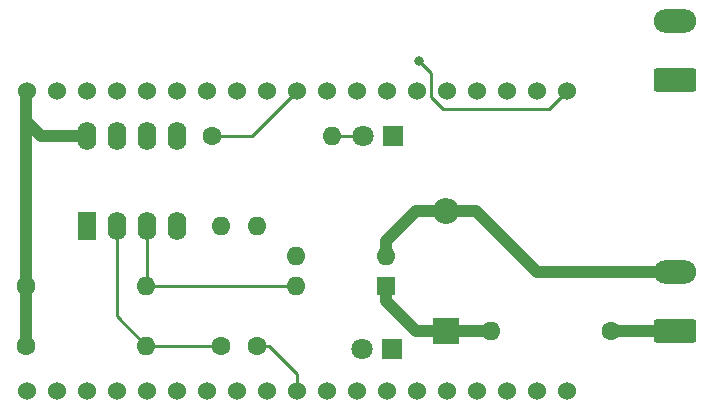
<source format=gtl>
%TF.GenerationSoftware,KiCad,Pcbnew,(6.0.4)*%
%TF.CreationDate,2022-04-13T23:09:14+02:00*%
%TF.ProjectId,TICtoUART,54494374-6f55-4415-9254-2e6b69636164,rev?*%
%TF.SameCoordinates,Original*%
%TF.FileFunction,Copper,L1,Top*%
%TF.FilePolarity,Positive*%
%FSLAX46Y46*%
G04 Gerber Fmt 4.6, Leading zero omitted, Abs format (unit mm)*
G04 Created by KiCad (PCBNEW (6.0.4)) date 2022-04-13 23:09:14*
%MOMM*%
%LPD*%
G01*
G04 APERTURE LIST*
G04 Aperture macros list*
%AMRoundRect*
0 Rectangle with rounded corners*
0 $1 Rounding radius*
0 $2 $3 $4 $5 $6 $7 $8 $9 X,Y pos of 4 corners*
0 Add a 4 corners polygon primitive as box body*
4,1,4,$2,$3,$4,$5,$6,$7,$8,$9,$2,$3,0*
0 Add four circle primitives for the rounded corners*
1,1,$1+$1,$2,$3*
1,1,$1+$1,$4,$5*
1,1,$1+$1,$6,$7*
1,1,$1+$1,$8,$9*
0 Add four rect primitives between the rounded corners*
20,1,$1+$1,$2,$3,$4,$5,0*
20,1,$1+$1,$4,$5,$6,$7,0*
20,1,$1+$1,$6,$7,$8,$9,0*
20,1,$1+$1,$8,$9,$2,$3,0*%
G04 Aperture macros list end*
%TA.AperFunction,ComponentPad*%
%ADD10C,1.600000*%
%TD*%
%TA.AperFunction,ComponentPad*%
%ADD11O,1.600000X1.600000*%
%TD*%
%TA.AperFunction,ComponentPad*%
%ADD12R,1.800000X1.800000*%
%TD*%
%TA.AperFunction,ComponentPad*%
%ADD13C,1.800000*%
%TD*%
%TA.AperFunction,ComponentPad*%
%ADD14R,2.200000X2.200000*%
%TD*%
%TA.AperFunction,ComponentPad*%
%ADD15O,2.200000X2.200000*%
%TD*%
%TA.AperFunction,ComponentPad*%
%ADD16RoundRect,0.250000X1.550000X-0.750000X1.550000X0.750000X-1.550000X0.750000X-1.550000X-0.750000X0*%
%TD*%
%TA.AperFunction,ComponentPad*%
%ADD17O,3.600000X2.000000*%
%TD*%
%TA.AperFunction,ComponentPad*%
%ADD18R,1.600000X1.600000*%
%TD*%
%TA.AperFunction,ComponentPad*%
%ADD19R,1.600000X2.400000*%
%TD*%
%TA.AperFunction,ComponentPad*%
%ADD20O,1.600000X2.400000*%
%TD*%
%TA.AperFunction,ComponentPad*%
%ADD21C,1.524000*%
%TD*%
%TA.AperFunction,ViaPad*%
%ADD22C,0.800000*%
%TD*%
%TA.AperFunction,Conductor*%
%ADD23C,0.250000*%
%TD*%
%TA.AperFunction,Conductor*%
%ADD24C,1.000000*%
%TD*%
G04 APERTURE END LIST*
D10*
%TO.P,R6,1*%
%TO.N,Net-(U3-Pad10)*%
X177038000Y-95250000D03*
D11*
%TO.P,R6,2*%
%TO.N,Net-(D3-Pad2)*%
X187198000Y-95250000D03*
%TD*%
D10*
%TO.P,R5,1*%
%TO.N,Net-(U3-Pad29)*%
X180848000Y-113030000D03*
D11*
%TO.P,R5,2*%
%TO.N,Net-(D2-Pad2)*%
X180848000Y-102870000D03*
%TD*%
D12*
%TO.P,D3,1,K*%
%TO.N,GND*%
X192283000Y-95250000D03*
D13*
%TO.P,D3,2,A*%
%TO.N,Net-(D3-Pad2)*%
X189743000Y-95250000D03*
%TD*%
D12*
%TO.P,D2,1,K*%
%TO.N,GND*%
X192278000Y-113284000D03*
D13*
%TO.P,D2,2,A*%
%TO.N,Net-(D2-Pad2)*%
X189738000Y-113284000D03*
%TD*%
D10*
%TO.P,R3,1*%
%TO.N,+3V3*%
X161290000Y-113030000D03*
D11*
%TO.P,R3,2*%
%TO.N,Net-(R3-Pad2)*%
X171450000Y-113030000D03*
%TD*%
D10*
%TO.P,R4,1*%
%TO.N,Net-(R3-Pad2)*%
X177800000Y-113030000D03*
D11*
%TO.P,R4,2*%
%TO.N,GND*%
X177800000Y-102870000D03*
%TD*%
D14*
%TO.P,D1,1,K*%
%TO.N,Net-(D1-Pad1)*%
X196850000Y-111760000D03*
D15*
%TO.P,D1,2,A*%
%TO.N,Net-(D1-Pad2)*%
X196850000Y-101600000D03*
%TD*%
D16*
%TO.P,J1,1,Pin_1*%
%TO.N,Net-(J1-Pad1)*%
X216222500Y-111720000D03*
D17*
%TO.P,J1,2,Pin_2*%
%TO.N,Net-(D1-Pad2)*%
X216222500Y-106720000D03*
%TD*%
D18*
%TO.P,U1,1*%
%TO.N,Net-(D1-Pad1)*%
X191760000Y-107955000D03*
D11*
%TO.P,U1,2*%
%TO.N,Net-(D1-Pad2)*%
X191760000Y-105415000D03*
%TO.P,U1,3*%
%TO.N,GND*%
X184140000Y-105415000D03*
%TO.P,U1,4*%
%TO.N,Net-(R2-Pad2)*%
X184140000Y-107955000D03*
%TD*%
D19*
%TO.P,U2,1*%
%TO.N,Net-(U2-Pad1)*%
X166380000Y-102860000D03*
D20*
%TO.P,U2,2,-*%
%TO.N,Net-(R3-Pad2)*%
X168920000Y-102860000D03*
%TO.P,U2,3,+*%
%TO.N,Net-(R2-Pad2)*%
X171460000Y-102860000D03*
%TO.P,U2,4,V-*%
%TO.N,GND*%
X174000000Y-102860000D03*
%TO.P,U2,5*%
%TO.N,N/C*%
X174000000Y-95240000D03*
%TO.P,U2,6*%
X171460000Y-95240000D03*
%TO.P,U2,7*%
X168920000Y-95240000D03*
%TO.P,U2,8,V+*%
%TO.N,+3V3*%
X166380000Y-95240000D03*
%TD*%
D10*
%TO.P,R1,1*%
%TO.N,Net-(J1-Pad1)*%
X210820000Y-111760000D03*
D11*
%TO.P,R1,2*%
%TO.N,Net-(D1-Pad1)*%
X200660000Y-111760000D03*
%TD*%
D10*
%TO.P,R2,1*%
%TO.N,+3V3*%
X161290000Y-107950000D03*
D11*
%TO.P,R2,2*%
%TO.N,Net-(R2-Pad2)*%
X171450000Y-107950000D03*
%TD*%
D16*
%TO.P,J2,1,Pin_1*%
%TO.N,Net-(PS1-Pad1)*%
X216222500Y-90500000D03*
D17*
%TO.P,J2,2,Pin_2*%
%TO.N,Net-(PS1-Pad2)*%
X216222500Y-85500000D03*
%TD*%
D21*
%TO.P,U3,1,3V3*%
%TO.N,+3V3*%
X161377500Y-91440000D03*
%TO.P,U3,2,EN*%
%TO.N,unconnected-(U3-Pad2)*%
X163917500Y-91440000D03*
%TO.P,U3,3,GPIO36*%
%TO.N,unconnected-(U3-Pad3)*%
X166457500Y-91440000D03*
%TO.P,U3,4,GPIO39*%
%TO.N,unconnected-(U3-Pad4)*%
X168997500Y-91440000D03*
%TO.P,U3,5,GPIO34*%
%TO.N,unconnected-(U3-Pad5)*%
X171537500Y-91440000D03*
%TO.P,U3,6,GPIO35*%
%TO.N,unconnected-(U3-Pad6)*%
X174077500Y-91440000D03*
%TO.P,U3,7,GPIO32*%
%TO.N,unconnected-(U3-Pad7)*%
X176617500Y-91440000D03*
%TO.P,U3,8,GPIO33*%
%TO.N,unconnected-(U3-Pad8)*%
X179157500Y-91440000D03*
%TO.P,U3,9,GPIO25*%
%TO.N,unconnected-(U3-Pad9)*%
X181697500Y-91440000D03*
%TO.P,U3,10,GPIO26*%
%TO.N,Net-(U3-Pad10)*%
X184237500Y-91440000D03*
%TO.P,U3,11,GPIO27*%
%TO.N,unconnected-(U3-Pad11)*%
X186777500Y-91440000D03*
%TO.P,U3,12,GPIO14*%
%TO.N,unconnected-(U3-Pad12)*%
X189317500Y-91440000D03*
%TO.P,U3,13,GPIO12*%
%TO.N,unconnected-(U3-Pad13)*%
X191857500Y-91440000D03*
%TO.P,U3,14,GND*%
%TO.N,GND*%
X194397500Y-91440000D03*
%TO.P,U3,15,GPIO13*%
%TO.N,unconnected-(U3-Pad15)*%
X196937500Y-91440000D03*
%TO.P,U3,16,GPIO9_SHD/SD2*%
%TO.N,unconnected-(U3-Pad16)*%
X199477500Y-91440000D03*
%TO.P,U3,17,GPIO10_SWP/SD3*%
%TO.N,unconnected-(U3-Pad17)*%
X202017500Y-91440000D03*
%TO.P,U3,18,GPIO11_CSC/CMD*%
%TO.N,unconnected-(U3-Pad18)*%
X204557500Y-91440000D03*
%TO.P,U3,19,VIN*%
%TO.N,Net-(PS1-Pad4)*%
X207097500Y-91440000D03*
%TO.P,U3,20,GPIO6_SCK/CLK*%
%TO.N,unconnected-(U3-Pad20)*%
X207097500Y-116840000D03*
%TO.P,U3,21,GPIO7_SDO/SD0*%
%TO.N,unconnected-(U3-Pad21)*%
X204557500Y-116840000D03*
%TO.P,U3,22,GPIO8_SDI/SD1*%
%TO.N,unconnected-(U3-Pad22)*%
X202017500Y-116840000D03*
%TO.P,U3,23,GPIO15_ADC13_T3*%
%TO.N,unconnected-(U3-Pad23)*%
X199477500Y-116840000D03*
%TO.P,U3,24,GPIO2*%
%TO.N,unconnected-(U3-Pad24)*%
X196937500Y-116840000D03*
%TO.P,U3,25,GPIO0*%
%TO.N,unconnected-(U3-Pad25)*%
X194397500Y-116840000D03*
%TO.P,U3,26,GPIO4*%
%TO.N,unconnected-(U3-Pad26)*%
X191857500Y-116840000D03*
%TO.P,U3,27,GPIO16_UART2-RX*%
%TO.N,Net-(U2-Pad1)*%
X189317500Y-116840000D03*
%TO.P,U3,28,GPIO17_UART2-TX*%
%TO.N,unconnected-(U3-Pad28)*%
X186777500Y-116840000D03*
%TO.P,U3,29,GPIO5_VSPI-CS0*%
%TO.N,Net-(U3-Pad29)*%
X184237500Y-116840000D03*
%TO.P,U3,30,GPIO18_VSPI-CLK*%
%TO.N,unconnected-(U3-Pad30)*%
X181697500Y-116840000D03*
%TO.P,U3,31,GPIO19_VSPI-MISO*%
%TO.N,unconnected-(U3-Pad31)*%
X179157500Y-116840000D03*
%TO.P,U3,32,GND*%
%TO.N,GND*%
X176617500Y-116840000D03*
%TO.P,U3,33,GPIO21_I2C-SDA*%
%TO.N,unconnected-(U3-Pad33)*%
X174077500Y-116840000D03*
%TO.P,U3,34,GPIO3__UART0-RX*%
%TO.N,unconnected-(U3-Pad34)*%
X171537500Y-116840000D03*
%TO.P,U3,35,GPIO1_UART0-TX*%
%TO.N,unconnected-(U3-Pad35)*%
X168997500Y-116840000D03*
%TO.P,U3,36,GPIO22_I2C-SCL*%
%TO.N,unconnected-(U3-Pad36)*%
X166457500Y-116840000D03*
%TO.P,U3,37,GPIO23_VSPI-MOSI*%
%TO.N,unconnected-(U3-Pad37)*%
X163917500Y-116840000D03*
%TO.P,U3,38,GND*%
%TO.N,GND*%
X161377500Y-116840000D03*
%TD*%
D22*
%TO.N,Net-(PS1-Pad4)*%
X194564000Y-88900000D03*
%TD*%
D23*
%TO.N,Net-(PS1-Pad4)*%
X205573500Y-92964000D02*
X207097500Y-91440000D01*
X195580000Y-91948000D02*
X196596000Y-92964000D01*
X195580000Y-89916000D02*
X195580000Y-91948000D01*
X194564000Y-88900000D02*
X195580000Y-89916000D01*
X196596000Y-92964000D02*
X205573500Y-92964000D01*
%TO.N,Net-(D3-Pad2)*%
X187198000Y-95250000D02*
X189743000Y-95250000D01*
%TO.N,Net-(U3-Pad10)*%
X180427500Y-95250000D02*
X184237500Y-91440000D01*
X177038000Y-95250000D02*
X180427500Y-95250000D01*
%TO.N,Net-(U3-Pad29)*%
X184237500Y-115403500D02*
X184237500Y-116840000D01*
X181864000Y-113030000D02*
X184237500Y-115403500D01*
X180848000Y-113030000D02*
X181864000Y-113030000D01*
D24*
%TO.N,Net-(D1-Pad2)*%
X204510000Y-106720000D02*
X204470000Y-106680000D01*
X216222500Y-106720000D02*
X204510000Y-106720000D01*
X199390000Y-101600000D02*
X204470000Y-106680000D01*
%TO.N,Net-(J1-Pad1)*%
X216182500Y-111760000D02*
X216222500Y-111720000D01*
X210820000Y-111760000D02*
X216182500Y-111760000D01*
D23*
%TO.N,Net-(R3-Pad2)*%
X171450000Y-113030000D02*
X177800000Y-113030000D01*
D24*
%TO.N,Net-(D1-Pad1)*%
X196850000Y-111760000D02*
X200660000Y-111760000D01*
X194310000Y-111760000D02*
X196850000Y-111760000D01*
X191760000Y-109210000D02*
X194310000Y-111760000D01*
X191760000Y-107955000D02*
X191760000Y-109210000D01*
%TO.N,Net-(D1-Pad2)*%
X191760000Y-104150000D02*
X194310000Y-101600000D01*
X191760000Y-105415000D02*
X191760000Y-104150000D01*
X194310000Y-101600000D02*
X196850000Y-101600000D01*
D23*
%TO.N,Net-(R2-Pad2)*%
X171450000Y-107950000D02*
X184135000Y-107950000D01*
D24*
X184135000Y-107950000D02*
X184140000Y-107955000D01*
X171460000Y-107940000D02*
X171450000Y-107950000D01*
D23*
X171460000Y-102860000D02*
X171460000Y-107940000D01*
%TO.N,Net-(R3-Pad2)*%
X168920000Y-110500000D02*
X168920000Y-102860000D01*
X171450000Y-113030000D02*
X168920000Y-110500000D01*
D24*
%TO.N,+3V3*%
X161290000Y-107950000D02*
X161290000Y-113030000D01*
X162550000Y-95240000D02*
X161290000Y-93980000D01*
X166380000Y-95240000D02*
X162550000Y-95240000D01*
X161290000Y-93980000D02*
X161290000Y-91527500D01*
X161290000Y-107950000D02*
X161290000Y-93980000D01*
X161290000Y-91527500D02*
X161377500Y-91440000D01*
%TO.N,Net-(D1-Pad2)*%
X196850000Y-101600000D02*
X199390000Y-101600000D01*
%TD*%
M02*

</source>
